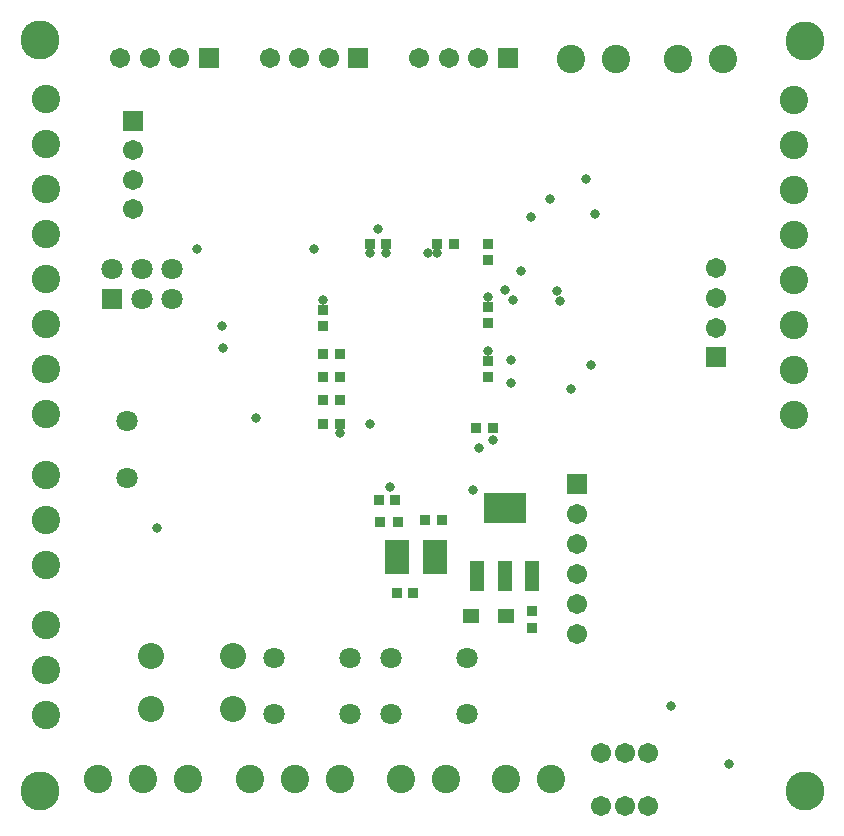
<source format=gbs>
G04*
G04 #@! TF.GenerationSoftware,Altium Limited,Altium Designer,18.1.9 (240)*
G04*
G04 Layer_Color=16711935*
%FSLAX25Y25*%
%MOIN*%
G70*
G01*
G75*
%ADD28R,0.03800X0.03800*%
%ADD29R,0.03800X0.03800*%
%ADD33C,0.06706*%
%ADD34R,0.06706X0.06706*%
%ADD35C,0.09461*%
%ADD36R,0.06706X0.06706*%
%ADD37C,0.07099*%
%ADD38R,0.07099X0.07099*%
%ADD39C,0.13005*%
%ADD40C,0.08674*%
%ADD41C,0.03200*%
%ADD62R,0.05721X0.04737*%
%ADD63R,0.14186X0.10249*%
%ADD64R,0.04737X0.10249*%
%ADD65R,0.07887X0.11800*%
D28*
X402500Y255000D02*
D03*
X408000D02*
D03*
X387000Y261500D02*
D03*
X392500D02*
D03*
X393000Y230500D02*
D03*
X398500D02*
D03*
X393400Y254300D02*
D03*
X387400D02*
D03*
X425000Y285500D02*
D03*
X419500D02*
D03*
X374000Y287000D02*
D03*
X368500D02*
D03*
Y294693D02*
D03*
X374000D02*
D03*
X368500Y302386D02*
D03*
X374000D02*
D03*
X368500Y310079D02*
D03*
X374000D02*
D03*
X406500Y347000D02*
D03*
X412000D02*
D03*
X384000D02*
D03*
X389500D02*
D03*
D29*
X423500Y307886D02*
D03*
Y302386D02*
D03*
Y326000D02*
D03*
Y320500D02*
D03*
X438055Y219000D02*
D03*
Y224500D02*
D03*
X423500Y341500D02*
D03*
Y347000D02*
D03*
X368500Y325000D02*
D03*
Y319500D02*
D03*
D33*
X453000Y217000D02*
D03*
Y227000D02*
D03*
Y237000D02*
D03*
Y247000D02*
D03*
Y257000D02*
D03*
X499500Y319000D02*
D03*
Y328843D02*
D03*
Y338685D02*
D03*
X320500Y409000D02*
D03*
X310657D02*
D03*
X300815D02*
D03*
X370343D02*
D03*
X360500D02*
D03*
X350657D02*
D03*
X420185D02*
D03*
X410343D02*
D03*
X400500D02*
D03*
X461126Y177217D02*
D03*
X469000D02*
D03*
X476874D02*
D03*
Y159500D02*
D03*
X469000D02*
D03*
X461126D02*
D03*
X305000Y358472D02*
D03*
Y368315D02*
D03*
Y378157D02*
D03*
D34*
X453000Y267000D02*
D03*
X330343Y409000D02*
D03*
X380185D02*
D03*
X430028D02*
D03*
D35*
X276000Y270000D02*
D03*
Y255000D02*
D03*
Y240000D02*
D03*
Y395079D02*
D03*
Y380079D02*
D03*
Y365079D02*
D03*
Y350079D02*
D03*
Y335079D02*
D03*
Y320079D02*
D03*
Y305079D02*
D03*
Y290079D02*
D03*
X525500Y290000D02*
D03*
Y305000D02*
D03*
Y320000D02*
D03*
Y335000D02*
D03*
Y350000D02*
D03*
Y365000D02*
D03*
Y380000D02*
D03*
Y395000D02*
D03*
X486748Y408500D02*
D03*
X501748D02*
D03*
X451248D02*
D03*
X466248D02*
D03*
X276000Y220000D02*
D03*
Y205000D02*
D03*
Y190000D02*
D03*
X293500Y168500D02*
D03*
X308500D02*
D03*
X323500D02*
D03*
X344000D02*
D03*
X359000D02*
D03*
X374000D02*
D03*
X444500D02*
D03*
X429500D02*
D03*
X409500D02*
D03*
X394500D02*
D03*
D36*
X499500Y309157D02*
D03*
X305000Y388000D02*
D03*
D37*
X318000Y338500D02*
D03*
Y328500D02*
D03*
X308000Y338500D02*
D03*
Y328500D02*
D03*
X298000Y338500D02*
D03*
X416600Y190065D02*
D03*
X391000D02*
D03*
X416500Y208865D02*
D03*
X391000D02*
D03*
X377600Y190065D02*
D03*
X352000D02*
D03*
X377500Y208865D02*
D03*
X352000D02*
D03*
X303000Y288000D02*
D03*
Y268787D02*
D03*
D38*
X298000Y328500D02*
D03*
D39*
X529000Y414500D02*
D03*
Y164500D02*
D03*
X274000D02*
D03*
Y415000D02*
D03*
D40*
X311000Y209500D02*
D03*
Y192000D02*
D03*
X338500Y209500D02*
D03*
Y192000D02*
D03*
D41*
X390787Y266000D02*
D03*
X365500Y345244D02*
D03*
X447341Y328000D02*
D03*
X444225Y361800D02*
D03*
X420315Y279000D02*
D03*
X346242Y288700D02*
D03*
X335000Y312280D02*
D03*
X431900Y328028D02*
D03*
X446400Y331300D02*
D03*
X434400Y337700D02*
D03*
X457800Y306374D02*
D03*
X456200Y368500D02*
D03*
X503700Y173600D02*
D03*
X484300Y193000D02*
D03*
X418300Y264900D02*
D03*
X313056Y252056D02*
D03*
X386850Y351850D02*
D03*
X334700Y319500D02*
D03*
X368500Y328200D02*
D03*
X389500Y343800D02*
D03*
X431000Y308300D02*
D03*
X384000Y287000D02*
D03*
X326500Y345200D02*
D03*
X374000Y283800D02*
D03*
X437800Y355700D02*
D03*
X429100Y331649D02*
D03*
X425000Y281389D02*
D03*
X451100Y298500D02*
D03*
X403300Y343800D02*
D03*
X384000D02*
D03*
X406500D02*
D03*
X459000Y357000D02*
D03*
X431000Y300500D02*
D03*
X423500Y311100D02*
D03*
Y329200D02*
D03*
D62*
X429500Y223000D02*
D03*
X417886D02*
D03*
D63*
X429000Y259000D02*
D03*
D64*
X419945Y236165D02*
D03*
X429000D02*
D03*
X438055D02*
D03*
D65*
X393050Y242500D02*
D03*
X405950D02*
D03*
M02*

</source>
